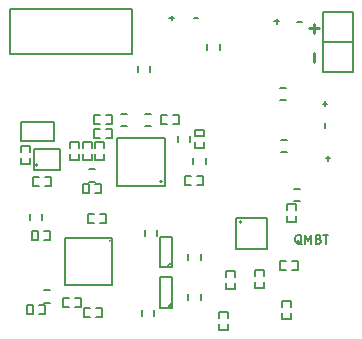
<source format=gto>
G04 #@! TF.FileFunction,Legend,Top*
%FSLAX46Y46*%
G04 Gerber Fmt 4.6, Leading zero omitted, Abs format (unit mm)*
G04 Created by KiCad (PCBNEW (2014-12-04 BZR 5312)-product) date 1/7/2015 12:55:41 AM*
%MOMM*%
G01*
G04 APERTURE LIST*
%ADD10C,0.100000*%
%ADD11C,0.190500*%
%ADD12C,0.127000*%
%ADD13C,0.254000*%
%ADD14C,0.150000*%
G04 APERTURE END LIST*
D10*
D11*
X74347252Y-45418466D02*
X74274680Y-45382180D01*
X74202109Y-45309609D01*
X74093252Y-45200751D01*
X74020680Y-45164466D01*
X73948109Y-45164466D01*
X73984394Y-45345894D02*
X73911823Y-45309609D01*
X73839252Y-45237037D01*
X73802966Y-45091894D01*
X73802966Y-44837894D01*
X73839252Y-44692751D01*
X73911823Y-44620180D01*
X73984394Y-44583894D01*
X74129537Y-44583894D01*
X74202109Y-44620180D01*
X74274680Y-44692751D01*
X74310966Y-44837894D01*
X74310966Y-45091894D01*
X74274680Y-45237037D01*
X74202109Y-45309609D01*
X74129537Y-45345894D01*
X73984394Y-45345894D01*
X74637538Y-45345894D02*
X74637538Y-44583894D01*
X74891538Y-45128180D01*
X75145538Y-44583894D01*
X75145538Y-45345894D01*
X75762395Y-44946751D02*
X75871252Y-44983037D01*
X75907537Y-45019323D01*
X75943823Y-45091894D01*
X75943823Y-45200751D01*
X75907537Y-45273323D01*
X75871252Y-45309609D01*
X75798680Y-45345894D01*
X75508395Y-45345894D01*
X75508395Y-44583894D01*
X75762395Y-44583894D01*
X75834966Y-44620180D01*
X75871252Y-44656466D01*
X75907537Y-44729037D01*
X75907537Y-44801609D01*
X75871252Y-44874180D01*
X75834966Y-44910466D01*
X75762395Y-44946751D01*
X75508395Y-44946751D01*
X76161537Y-44583894D02*
X76596966Y-44583894D01*
X76379252Y-45345894D02*
X76379252Y-44583894D01*
D12*
X76377316Y-38126126D02*
X76764364Y-38126126D01*
X76570840Y-38319650D02*
X76570840Y-37932602D01*
X76287086Y-35563024D02*
X76287086Y-35175976D01*
X76097916Y-33508406D02*
X76484964Y-33508406D01*
X76291440Y-33701930D02*
X76291440Y-33314882D01*
D13*
X75378491Y-29950107D02*
X75378491Y-29176012D01*
X74995073Y-27105791D02*
X75769168Y-27105791D01*
X75382120Y-27492839D02*
X75382120Y-26718744D01*
D12*
X73938916Y-26548806D02*
X74325964Y-26548806D01*
X72011056Y-26536106D02*
X72398104Y-26536106D01*
X72204580Y-26729630D02*
X72204580Y-26342582D01*
X65175916Y-26261786D02*
X65562964Y-26261786D01*
X63138836Y-26233846D02*
X63525884Y-26233846D01*
X63332360Y-26427370D02*
X63332360Y-26040322D01*
D14*
X54610000Y-49961800D02*
X54102000Y-49961800D01*
X54102000Y-49961800D02*
X54102000Y-50723800D01*
X54102000Y-50723800D02*
X54610000Y-50723800D01*
X55118000Y-49961800D02*
X55626000Y-49961800D01*
X55626000Y-49961800D02*
X55626000Y-50723800D01*
X55626000Y-50723800D02*
X55118000Y-50723800D01*
X57288600Y-43592800D02*
X57796600Y-43592800D01*
X57796600Y-43592800D02*
X57796600Y-42830800D01*
X57796600Y-42830800D02*
X57288600Y-42830800D01*
X56780600Y-43592800D02*
X56272600Y-43592800D01*
X56272600Y-43592800D02*
X56272600Y-42830800D01*
X56272600Y-42830800D02*
X56780600Y-42830800D01*
X56388000Y-50774600D02*
X55880000Y-50774600D01*
X55880000Y-50774600D02*
X55880000Y-51536600D01*
X55880000Y-51536600D02*
X56388000Y-51536600D01*
X56896000Y-50774600D02*
X57404000Y-50774600D01*
X57404000Y-50774600D02*
X57404000Y-51536600D01*
X57404000Y-51536600D02*
X56896000Y-51536600D01*
X64947800Y-39649400D02*
X64439800Y-39649400D01*
X64439800Y-39649400D02*
X64439800Y-40411400D01*
X64439800Y-40411400D02*
X64947800Y-40411400D01*
X65455800Y-39649400D02*
X65963800Y-39649400D01*
X65963800Y-39649400D02*
X65963800Y-40411400D01*
X65963800Y-40411400D02*
X65455800Y-40411400D01*
X73406000Y-50723800D02*
X73406000Y-50215800D01*
X73406000Y-50215800D02*
X72644000Y-50215800D01*
X72644000Y-50215800D02*
X72644000Y-50723800D01*
X73406000Y-51231800D02*
X73406000Y-51739800D01*
X73406000Y-51739800D02*
X72644000Y-51739800D01*
X72644000Y-51739800D02*
X72644000Y-51231800D01*
X67373500Y-52158900D02*
X67373500Y-52666900D01*
X67373500Y-52666900D02*
X68135500Y-52666900D01*
X68135500Y-52666900D02*
X68135500Y-52158900D01*
X67373500Y-51650900D02*
X67373500Y-51142900D01*
X67373500Y-51142900D02*
X68135500Y-51142900D01*
X68135500Y-51142900D02*
X68135500Y-51650900D01*
X52578000Y-40487600D02*
X53086000Y-40487600D01*
X53086000Y-40487600D02*
X53086000Y-39725600D01*
X53086000Y-39725600D02*
X52578000Y-39725600D01*
X52070000Y-40487600D02*
X51562000Y-40487600D01*
X51562000Y-40487600D02*
X51562000Y-39725600D01*
X51562000Y-39725600D02*
X52070000Y-39725600D01*
X51308000Y-37566600D02*
X51308000Y-37058600D01*
X51308000Y-37058600D02*
X50546000Y-37058600D01*
X50546000Y-37058600D02*
X50546000Y-37566600D01*
X51308000Y-38074600D02*
X51308000Y-38582600D01*
X51308000Y-38582600D02*
X50546000Y-38582600D01*
X50546000Y-38582600D02*
X50546000Y-38074600D01*
X68656200Y-48158400D02*
X68656200Y-47650400D01*
X68656200Y-47650400D02*
X67894200Y-47650400D01*
X67894200Y-47650400D02*
X67894200Y-48158400D01*
X68656200Y-48666400D02*
X68656200Y-49174400D01*
X68656200Y-49174400D02*
X67894200Y-49174400D01*
X67894200Y-49174400D02*
X67894200Y-48666400D01*
X71145400Y-48107600D02*
X71145400Y-47599600D01*
X71145400Y-47599600D02*
X70383400Y-47599600D01*
X70383400Y-47599600D02*
X70383400Y-48107600D01*
X71145400Y-48615600D02*
X71145400Y-49123600D01*
X71145400Y-49123600D02*
X70383400Y-49123600D01*
X70383400Y-49123600D02*
X70383400Y-48615600D01*
X73025000Y-46863000D02*
X72517000Y-46863000D01*
X72517000Y-46863000D02*
X72517000Y-47625000D01*
X72517000Y-47625000D02*
X73025000Y-47625000D01*
X73533000Y-46863000D02*
X74041000Y-46863000D01*
X74041000Y-46863000D02*
X74041000Y-47625000D01*
X74041000Y-47625000D02*
X73533000Y-47625000D01*
X73863200Y-42468800D02*
X73863200Y-41960800D01*
X73863200Y-41960800D02*
X73101200Y-41960800D01*
X73101200Y-41960800D02*
X73101200Y-42468800D01*
X73863200Y-42976800D02*
X73863200Y-43484800D01*
X73863200Y-43484800D02*
X73101200Y-43484800D01*
X73101200Y-43484800D02*
X73101200Y-42976800D01*
X57734200Y-35255200D02*
X58242200Y-35255200D01*
X58242200Y-35255200D02*
X58242200Y-34493200D01*
X58242200Y-34493200D02*
X57734200Y-34493200D01*
X57226200Y-35255200D02*
X56718200Y-35255200D01*
X56718200Y-35255200D02*
X56718200Y-34493200D01*
X56718200Y-34493200D02*
X57226200Y-34493200D01*
X62890400Y-34467800D02*
X62382400Y-34467800D01*
X62382400Y-34467800D02*
X62382400Y-35229800D01*
X62382400Y-35229800D02*
X62890400Y-35229800D01*
X63398400Y-34467800D02*
X63906400Y-34467800D01*
X63906400Y-34467800D02*
X63906400Y-35229800D01*
X63906400Y-35229800D02*
X63398400Y-35229800D01*
X54711600Y-37795200D02*
X54711600Y-38303200D01*
X54711600Y-38303200D02*
X55473600Y-38303200D01*
X55473600Y-38303200D02*
X55473600Y-37795200D01*
X54711600Y-37287200D02*
X54711600Y-36779200D01*
X54711600Y-36779200D02*
X55473600Y-36779200D01*
X55473600Y-36779200D02*
X55473600Y-37287200D01*
X57734200Y-36423600D02*
X58242200Y-36423600D01*
X58242200Y-36423600D02*
X58242200Y-35661600D01*
X58242200Y-35661600D02*
X57734200Y-35661600D01*
X57226200Y-36423600D02*
X56718200Y-36423600D01*
X56718200Y-36423600D02*
X56718200Y-35661600D01*
X56718200Y-35661600D02*
X57226200Y-35661600D01*
X56845200Y-37795200D02*
X56845200Y-38303200D01*
X56845200Y-38303200D02*
X57607200Y-38303200D01*
X57607200Y-38303200D02*
X57607200Y-37795200D01*
X56845200Y-37287200D02*
X56845200Y-36779200D01*
X56845200Y-36779200D02*
X57607200Y-36779200D01*
X57607200Y-36779200D02*
X57607200Y-37287200D01*
X55778400Y-37795200D02*
X55778400Y-38303200D01*
X55778400Y-38303200D02*
X56540400Y-38303200D01*
X56540400Y-38303200D02*
X56540400Y-37795200D01*
X55778400Y-37287200D02*
X55778400Y-36779200D01*
X55778400Y-36779200D02*
X56540400Y-36779200D01*
X56540400Y-36779200D02*
X56540400Y-37287200D01*
X51616800Y-51332400D02*
X51606800Y-50572400D01*
X52120800Y-51333400D02*
X52628800Y-51333400D01*
X52628800Y-51333400D02*
X52628800Y-50571400D01*
X52628800Y-50571400D02*
X52120800Y-50571400D01*
X51612800Y-51333400D02*
X51104800Y-51333400D01*
X51104800Y-51333400D02*
X51104800Y-50571400D01*
X51104800Y-50571400D02*
X51612800Y-50571400D01*
X56315800Y-41070800D02*
X56305800Y-40310800D01*
X56819800Y-41071800D02*
X57327800Y-41071800D01*
X57327800Y-41071800D02*
X57327800Y-40309800D01*
X57327800Y-40309800D02*
X56819800Y-40309800D01*
X56311800Y-41071800D02*
X55803800Y-41071800D01*
X55803800Y-41071800D02*
X55803800Y-40309800D01*
X55803800Y-40309800D02*
X56311800Y-40309800D01*
X65324800Y-36236000D02*
X66084800Y-36226000D01*
X65323800Y-36740000D02*
X65323800Y-37248000D01*
X65323800Y-37248000D02*
X66085800Y-37248000D01*
X66085800Y-37248000D02*
X66085800Y-36740000D01*
X65323800Y-36232000D02*
X65323800Y-35724000D01*
X65323800Y-35724000D02*
X66085800Y-35724000D01*
X66085800Y-35724000D02*
X66085800Y-36232000D01*
X63368190Y-47207420D02*
G75*
G03X63368190Y-47207420I-159070J0D01*
G01*
X62350600Y-44761400D02*
X63366600Y-44761400D01*
X62350600Y-47364900D02*
X63366600Y-47364900D01*
X63366600Y-44761400D02*
X63366600Y-47364900D01*
X62350600Y-47364900D02*
X62350600Y-44761400D01*
X63368190Y-50607420D02*
G75*
G03X63368190Y-50607420I-159070J0D01*
G01*
X62350600Y-48161400D02*
X63366600Y-48161400D01*
X62350600Y-50764900D02*
X63366600Y-50764900D01*
X63366600Y-48161400D02*
X63366600Y-50764900D01*
X62350600Y-50764900D02*
X62350600Y-48161400D01*
X53005800Y-49309800D02*
X52505800Y-49309800D01*
X52505800Y-50359800D02*
X53005800Y-50359800D01*
X66204800Y-38636000D02*
X66204800Y-38136000D01*
X65154800Y-38136000D02*
X65154800Y-38636000D01*
X59033600Y-35399200D02*
X59533600Y-35399200D01*
X59533600Y-34349200D02*
X59033600Y-34349200D01*
X61540200Y-34349200D02*
X61040200Y-34349200D01*
X61040200Y-35399200D02*
X61540200Y-35399200D01*
X56812000Y-39059000D02*
X56312000Y-39059000D01*
X56312000Y-40109000D02*
X56812000Y-40109000D01*
X64879800Y-36711000D02*
X64879800Y-36211000D01*
X63829800Y-36211000D02*
X63829800Y-36711000D01*
X74189400Y-40724600D02*
X73689400Y-40724600D01*
X73689400Y-41774600D02*
X74189400Y-41774600D01*
X60435000Y-30331600D02*
X60435000Y-30831600D01*
X61485000Y-30831600D02*
X61485000Y-30331600D01*
X72970200Y-32139400D02*
X72470200Y-32139400D01*
X72470200Y-33189400D02*
X72970200Y-33189400D01*
X73097200Y-36584400D02*
X72597200Y-36584400D01*
X72597200Y-37634400D02*
X73097200Y-37634400D01*
X67403200Y-28916440D02*
X67403200Y-28416440D01*
X66353200Y-28416440D02*
X66353200Y-28916440D01*
X64727600Y-46232000D02*
X64727600Y-46732000D01*
X65777600Y-46732000D02*
X65777600Y-46232000D01*
X64727600Y-49610200D02*
X64727600Y-50110200D01*
X65777600Y-50110200D02*
X65777600Y-49610200D01*
X62120000Y-44700000D02*
X62120000Y-44200000D01*
X61070000Y-44200000D02*
X61070000Y-44700000D01*
X60816000Y-50956400D02*
X60816000Y-51456400D01*
X61866000Y-51456400D02*
X61866000Y-50956400D01*
X51952911Y-38676800D02*
G75*
G03X51952911Y-38676800I-72111J0D01*
G01*
X51700800Y-37356800D02*
X53860800Y-37356800D01*
X53860800Y-37356800D02*
X53860800Y-39156800D01*
X53860800Y-39156800D02*
X51700800Y-39156800D01*
X51700800Y-39156800D02*
X51700800Y-37376800D01*
X51700800Y-37376800D02*
X51700800Y-37356800D01*
X69253558Y-43530800D02*
G75*
G03X69253558Y-43530800I-76158J0D01*
G01*
X68807400Y-43170800D02*
X68807400Y-45810800D01*
X68807400Y-45810800D02*
X71407400Y-45810800D01*
X71407400Y-45810800D02*
X71407400Y-43180800D01*
X71407400Y-43180800D02*
X68807400Y-43180800D01*
X62488158Y-40104000D02*
G75*
G03X62488158Y-40104000I-76158J0D01*
G01*
X62712000Y-40434000D02*
X58712000Y-40444000D01*
X58712000Y-40444000D02*
X58712000Y-36434000D01*
X58712000Y-36434000D02*
X62722000Y-36444000D01*
X62722000Y-36444000D02*
X62722000Y-40434000D01*
X58114600Y-45101800D02*
G75*
G03X58114600Y-45101800I-50000J0D01*
G01*
X58284600Y-44861800D02*
X58284600Y-48851800D01*
X58284600Y-48851800D02*
X54264600Y-48861800D01*
X54264600Y-48861800D02*
X54264600Y-44861800D01*
X54264600Y-44861800D02*
X58274600Y-44861800D01*
X53343000Y-36644000D02*
X53343000Y-35044000D01*
X53343000Y-35044000D02*
X50573000Y-35044000D01*
X50573000Y-35044000D02*
X50573000Y-36664000D01*
X50573000Y-36664000D02*
X53343000Y-36664000D01*
X53343000Y-36664000D02*
X53343000Y-36604000D01*
X52023200Y-45084000D02*
X52013200Y-44324000D01*
X52527200Y-45085000D02*
X53035200Y-45085000D01*
X53035200Y-45085000D02*
X53035200Y-44323000D01*
X53035200Y-44323000D02*
X52527200Y-44323000D01*
X52019200Y-45085000D02*
X51511200Y-45085000D01*
X51511200Y-45085000D02*
X51511200Y-44323000D01*
X51511200Y-44323000D02*
X52019200Y-44323000D01*
X52341000Y-43379200D02*
X52341000Y-42879200D01*
X51291000Y-42879200D02*
X51291000Y-43379200D01*
X59897000Y-29260000D02*
X49597000Y-29260000D01*
X49597000Y-29260000D02*
X49597000Y-25450000D01*
X49597000Y-25450000D02*
X59947000Y-25450000D01*
X59947000Y-25450000D02*
X59947000Y-29280000D01*
X59947000Y-29280000D02*
X59837000Y-29270000D01*
X78638400Y-28295600D02*
X76098400Y-28295600D01*
X78638400Y-30835600D02*
X76098400Y-30835600D01*
X76098400Y-30835600D02*
X76098400Y-28295600D01*
X76098400Y-28295600D02*
X76098400Y-25755600D01*
X76098400Y-25755600D02*
X78638400Y-25755600D01*
X78638400Y-25755600D02*
X78638400Y-30835600D01*
M02*

</source>
